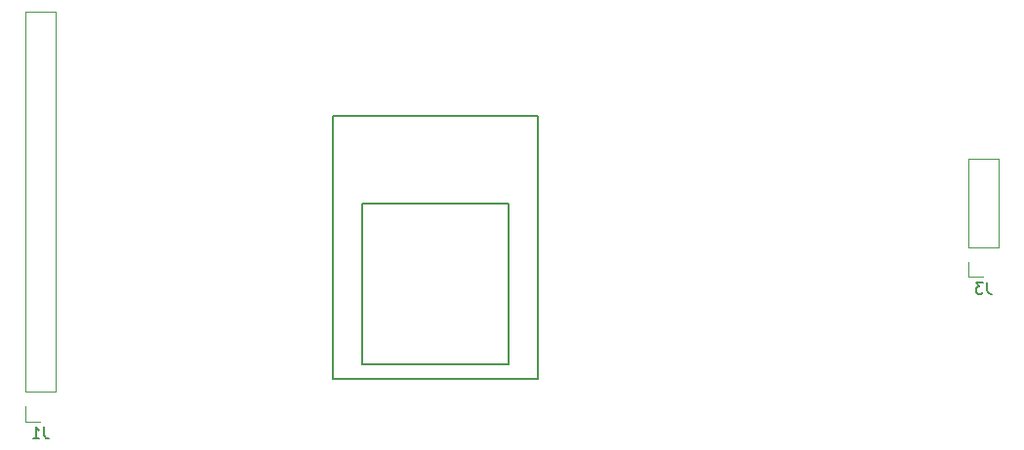
<source format=gbo>
G04 #@! TF.GenerationSoftware,KiCad,Pcbnew,5.0.2+dfsg1-1~bpo9+1*
G04 #@! TF.CreationDate,2019-06-18T09:35:30+01:00*
G04 #@! TF.ProjectId,esp8bit,65737038-6269-4742-9e6b-696361645f70,rev?*
G04 #@! TF.SameCoordinates,Original*
G04 #@! TF.FileFunction,Legend,Bot*
G04 #@! TF.FilePolarity,Positive*
%FSLAX46Y46*%
G04 Gerber Fmt 4.6, Leading zero omitted, Abs format (unit mm)*
G04 Created by KiCad (PCBNEW 5.0.2+dfsg1-1~bpo9+1) date Tue 18 Jun 2019 09:35:30 IST*
%MOMM*%
%LPD*%
G01*
G04 APERTURE LIST*
%ADD10C,0.120000*%
%ADD11C,0.150000*%
G04 APERTURE END LIST*
D10*
G04 #@! TO.C,J3*
X159198000Y-60392000D02*
X161858000Y-60392000D01*
X159198000Y-68072000D02*
X159198000Y-60392000D01*
X161858000Y-68072000D02*
X161858000Y-60392000D01*
X159198000Y-68072000D02*
X161858000Y-68072000D01*
X159198000Y-69342000D02*
X159198000Y-70672000D01*
X159198000Y-70672000D02*
X160528000Y-70672000D01*
G04 #@! TO.C,J1*
X77410000Y-47565000D02*
X80070000Y-47565000D01*
X77410000Y-80645000D02*
X77410000Y-47565000D01*
X80070000Y-80645000D02*
X80070000Y-47565000D01*
X77410000Y-80645000D02*
X80070000Y-80645000D01*
X77410000Y-81915000D02*
X77410000Y-83245000D01*
X77410000Y-83245000D02*
X78740000Y-83245000D01*
D11*
G04 #@! TO.C,U1*
X104140000Y-56642000D02*
X104140000Y-79502000D01*
X121920000Y-56642000D02*
X104140000Y-56642000D01*
X121920000Y-79502000D02*
X121920000Y-56642000D01*
X104140000Y-79502000D02*
X121920000Y-79502000D01*
X119380000Y-78232000D02*
X106680000Y-78232000D01*
X119380000Y-64262000D02*
X119380000Y-78232000D01*
X106680000Y-64262000D02*
X119380000Y-64262000D01*
X106680000Y-78232000D02*
X106680000Y-64262000D01*
G04 #@! TO.C,J3*
X160861333Y-71124380D02*
X160861333Y-71838666D01*
X160908952Y-71981523D01*
X161004190Y-72076761D01*
X161147047Y-72124380D01*
X161242285Y-72124380D01*
X160480380Y-71124380D02*
X159861333Y-71124380D01*
X160194666Y-71505333D01*
X160051809Y-71505333D01*
X159956571Y-71552952D01*
X159908952Y-71600571D01*
X159861333Y-71695809D01*
X159861333Y-71933904D01*
X159908952Y-72029142D01*
X159956571Y-72076761D01*
X160051809Y-72124380D01*
X160337523Y-72124380D01*
X160432761Y-72076761D01*
X160480380Y-72029142D01*
G04 #@! TO.C,J1*
X79073333Y-83697380D02*
X79073333Y-84411666D01*
X79120952Y-84554523D01*
X79216190Y-84649761D01*
X79359047Y-84697380D01*
X79454285Y-84697380D01*
X78073333Y-84697380D02*
X78644761Y-84697380D01*
X78359047Y-84697380D02*
X78359047Y-83697380D01*
X78454285Y-83840238D01*
X78549523Y-83935476D01*
X78644761Y-83983095D01*
G04 #@! TD*
M02*

</source>
